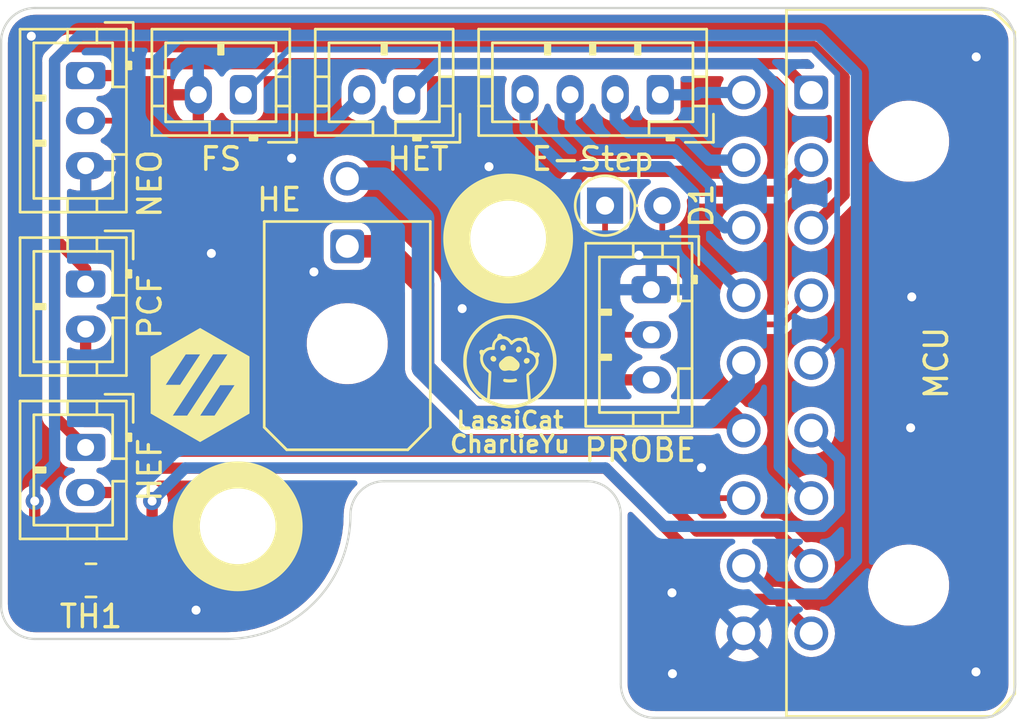
<source format=kicad_pcb>
(kicad_pcb (version 20211014) (generator pcbnew)
  (title_block (title "StealthBurner Toolhead PCB") (date "2022-06-02") (rev "Bata2") (company "LassiCat Organization") (comment 1 "Auther: CharlieYu"))
  (layers (0 "F.Cu" signal) (31 "B.Cu" signal) (34 "B.Paste" user) (35 "F.Paste" user) (36 "B.SilkS" user "B.Silkscreen") (37 "F.SilkS" user "F.Silkscreen") (38 "B.Mask" user) (39 "F.Mask" user) (44 "Edge.Cuts" user))
  (net 0 "")
  (net 1 "+5V")
  (net 2 "GND")
  (net 3 "GNDA")
  (net 4 "Net-(D1-Pad1)")
  (net 5 "+24V")
  (net 6 "/A+")
  (net 7 "/A-")
  (net 8 "/B+")
  (net 9 "/B-")
  (net 10 "/HE+")
  (net 11 "/HE-")
  (net 12 "/HET")
  (net 13 "/HEF")
  (net 14 "/PCF")
  (net 15 "/DATA")
  (net 16 "/CBT")
  (net 17 "Vdrive")
  (net 18 "/P_SIG")
  (net 19 "/FS")
  (footprint "Logos_User:LassiCat_Logo" (layer "F.Cu") (at 148.08 104.693435)
    (fp_text reference "L1" hide)
    (fp_text value "LassiCat Organization" hide)
  )
  (footprint "Connector_JST:JST_PH_B2B-PH-K_1x02_P2.00mm_Vertical" (layer "F.Cu") (at 136.25 92.85 180)
    (fp_text reference "J5")
    (fp_text value "FS" (at 1 -2.85) (layer "F.SilkS"))
    (pad "1" thru_hole roundrect (at 0 0 180) (size 1.2 1.75) (drill 0.75) (layers *.Cu *.Mask) (roundrect_rratio 0.2083333333) (net 19 "/FS"))
    (pad "2" thru_hole oval (at 2 0 180) (size 1.2 1.75) (drill 0.75) (layers *.Cu *.Mask) (net 2 "GND"))
  )
  (footprint "Resistor_SMD:R_0805_2012Metric" (layer "F.Cu") (at 129.4875 114.4 180)
    (fp_text reference "TH1" (at 0 -1.6) (layer "F.SilkS"))
    (fp_text value "CBT")
    (pad "1" smd roundrect (at -0.9125 0 180) (size 1.025 1.4) (layers "F.Cu" "F.Paste" "F.Mask") (roundrect_rratio 0.243902439) (net 16 "/CBT"))
    (pad "2" smd roundrect (at 0.9125 0 180) (size 1.025 1.4) (layers "F.Cu" "F.Paste" "F.Mask") (roundrect_rratio 0.243902439) (net 3 "GNDA"))
  )
  (footprint "Connector_JST:JST_PH_B3B-PH-K_1x03_P2.00mm_Vertical" (layer "F.Cu") (at 129.25 92 -90)
    (fp_text reference "J8")
    (fp_text value "NEO" (at 4.8 -2.85 90) (layer "F.SilkS"))
    (pad "1" thru_hole roundrect (at 0 0 270) (size 1.2 1.75) (drill 0.75) (layers *.Cu *.Mask) (roundrect_rratio 0.2083333333) (net 1 "+5V"))
    (pad "2" thru_hole oval (at 2 0 270) (size 1.2 1.75) (drill 0.75) (layers *.Cu *.Mask) (net 15 "/DATA"))
    (pad "3" thru_hole oval (at 4 0 270) (size 1.2 1.75) (drill 0.75) (layers *.Cu *.Mask) (net 2 "GND"))
  )
  (footprint "Connector_JST:JST_PH_B2B-PH-K_1x02_P2.00mm_Vertical" (layer "F.Cu") (at 129.25 108.5 -90)
    (fp_text reference "J6")
    (fp_text value "HEF" (at 1 -2.85 -90) (layer "F.SilkS"))
    (pad "1" thru_hole roundrect (at 0 0 270) (size 1.2 1.75) (drill 0.75) (layers *.Cu *.Mask) (roundrect_rratio 0.2083333333) (net 17 "Vdrive"))
    (pad "2" thru_hole oval (at 2 0 270) (size 1.2 1.75) (drill 0.75) (layers *.Cu *.Mask) (net 13 "/HEF"))
  )
  (footprint "Connector_Molex:Molex_Micro-Fit_3.0_43045-1800_2x09_P3.00mm_Horizontal" (layer "F.Cu") (at 161.45 92.75 -90)
    (fp_text reference "J9")
    (fp_text value "MCU" (at 12 -5.55 90) (layer "F.SilkS"))
    (pad "" np_thru_hole circle (at 21.86 -4.32 270) (size 3 3) (drill 3) (layers *.Cu *.Mask))
    (pad "" np_thru_hole circle (at 2.16 -4.32 270) (size 3 3) (drill 3) (layers *.Cu *.Mask))
    (pad "1" thru_hole roundrect (at 0 0 270) (size 1.5 1.5) (drill 1.02) (layers *.Cu *.Mask) (roundrect_rratio 0.1666673333) (net 1 "+5V"))
    (pad "2" thru_hole circle (at 3 0 270) (size 1.5 1.5) (drill 1.02) (layers *.Cu *.Mask) (net 5 "+24V"))
    (pad "3" thru_hole circle (at 6 0 270) (size 1.5 1.5) (drill 1.02) (layers *.Cu *.Mask) (net 17 "Vdrive"))
    (pad "4" thru_hole circle (at 9 0 270) (size 1.5 1.5) (drill 1.02) (layers *.Cu *.Mask) (net 18 "/P_SIG"))
    (pad "5" thru_hole circle (at 12 0 270) (size 1.5 1.5) (drill 1.02) (layers *.Cu *.Mask) (net 19 "/FS"))
    (pad "6" thru_hole circle (at 15 0 270) (size 1.5 1.5) (drill 1.02) (layers *.Cu *.Mask) (net 16 "/CBT"))
    (pad "7" thru_hole circle (at 18 0 270) (size 1.5 1.5) (drill 1.02) (layers *.Cu *.Mask) (net 12 "/HET"))
    (pad "8" thru_hole circle (at 21 0 270) (size 1.5 1.5) (drill 1.02) (layers *.Cu *.Mask) (net 14 "/PCF"))
    (pad "9" thru_hole circle (at 24 0 270) (size 1.5 1.5) (drill 1.02) (layers *.Cu *.Mask) (net 13 "/HEF"))
    (pad "10" thru_hole circle (at 0 3 270) (size 1.5 1.5) (drill 1.02) (layers *.Cu *.Mask) (net 6 "/A+"))
    (pad "11" thru_hole circle (at 3 3 270) (size 1.5 1.5) (drill 1.02) (layers *.Cu *.Mask) (net 7 "/A-"))
    (pad "12" thru_hole circle (at 6 3 270) (size 1.5 1.5) (drill 1.02) (layers *.Cu *.Mask) (net 8 "/B+"))
    (pad "13" thru_hole circle (at 9 3 270) (size 1.5 1.5) (drill 1.02) (layers *.Cu *.Mask) (net 9 "/B-"))
    (pad "14" thru_hole circle (at 12 3 270) (size 1.5 1.5) (drill 1.02) (layers *.Cu *.Mask) (net 11 "/HE-"))
    (pad "15" thru_hole circle (at 15 3 270) (size 1.5 1.5) (drill 1.02) (layers *.Cu *.Mask) (net 10 "/HE+"))
    (pad "16" thru_hole circle (at 18 3 270) (size 1.5 1.5) (drill 1.02) (layers *.Cu *.Mask) (net 15 "/DATA"))
    (pad "17" thru_hole circle (at 21 3 270) (size 1.5 1.5) (drill 1.02) (layers *.Cu *.Mask) (net 3 "GNDA"))
    (pad "18" thru_hole circle (at 24 3 270) (size 1.5 1.5) (drill 1.02) (layers *.Cu *.Mask) (net 2 "GND"))
  )
  (footprint "Connector_JST:JST_PH_B4B-PH-K_1x04_P2.00mm_Vertical" (layer "F.Cu") (at 154.75 92.85 180)
    (fp_text reference "J2")
    (fp_text value "E-Step" (at 3 -2.85) (layer "F.SilkS"))
    (pad "1" thru_hole roundrect (at 0 0 180) (size 1.2 1.75) (drill 0.75) (layers *.Cu *.Mask) (roundrect_rratio 0.2083333333) (net 6 "/A+"))
    (pad "2" thru_hole oval (at 2 0 180) (size 1.2 1.75) (drill 0.75) (layers *.Cu *.Mask) (net 7 "/A-"))
    (pad "3" thru_hole oval (at 4 0 180) (size 1.2 1.75) (drill 0.75) (layers *.Cu *.Mask) (net 8 "/B+"))
    (pad "4" thru_hole oval (at 6 0 180) (size 1.2 1.75) (drill 0.75) (layers *.Cu *.Mask) (net 9 "/B-"))
  )
  (footprint "Connector_Molex:Molex_Micro-Fit_3.0_43045-0200_2x01_P3.00mm_Horizontal" (layer "F.Cu") (at 140.86 99.575 180)
    (fp_text reference "J3")
    (fp_text value "HE" (at 3.02 2.07) (layer "F.SilkS"))
    (pad "" np_thru_hole circle (at 0 -4.32 180) (size 3 3) (drill 3) (layers *.Cu *.Mask))
    (pad "1" thru_hole roundrect locked (at 0 0 180) (size 1.5 1.5) (drill 1.02) (layers *.Cu *.Mask) (roundrect_rratio 0.1666673333) (net 10 "/HE+"))
    (pad "2" thru_hole circle (at 0 3 180) (size 1.5 1.5) (drill 1.02) (layers *.Cu *.Mask) (net 11 "/HE-"))
  )
  (footprint "Diode_THT:D_DO-35_SOD27_P2.54mm_Vertical_AnodeUp" (layer "F.Cu") (at 152.3 97.77)
    (fp_text reference "D1" (at 4.284313 0 90) (layer "F.SilkS"))
    (fp_text value "BAT85")
    (pad "1" thru_hole rect (at 0 0) (size 1.6 1.6) (drill 0.8) (layers *.Cu *.Mask) (net 4 "Net-(D1-Pad1)"))
    (pad "2" thru_hole oval (at 2.54 0) (size 1.6 1.6) (drill 0.8) (layers *.Cu *.Mask) (net 18 "/P_SIG"))
  )
  (footprint "Connector_JST:JST_PH_B3B-PH-K_1x03_P2.00mm_Vertical" (layer "F.Cu") (at 154.35 101.5 -90)
    (fp_text reference "J1")
    (fp_text value "PROBE" (at 7.12 0.49 180) (layer "F.SilkS"))
    (pad "1" thru_hole roundrect (at 0 0 270) (size 1.2 1.75) (drill 0.75) (layers *.Cu *.Mask) (roundrect_rratio 0.2083333333) (net 2 "GND"))
    (pad "2" thru_hole oval (at 2 0 270) (size 1.2 1.75) (drill 0.75) (layers *.Cu *.Mask) (net 4 "Net-(D1-Pad1)"))
    (pad "3" thru_hole oval (at 4 0 270) (size 1.2 1.75) (drill 0.75) (layers *.Cu *.Mask) (net 5 "+24V"))
  )
  (footprint "MountingHole_User:MountingHole_3.2mm_M3_User" (layer "F.Cu") (at 136 112)
    (fp_text reference "M2" hide)
    (fp_text value "M3_hole" hide)
    (pad "" np_thru_hole circle (at 0 0) (size 3.2 3.2) (drill 3.2) (layers *.Cu *.Mask))
  )
  (footprint "MountingHole_User:MountingHole_3.2mm_M3_User" (layer "F.Cu") (at 148 99.23)
    (fp_text reference "M1" hide)
    (fp_text value "M3_hole" hide)
    (pad "" np_thru_hole circle (at 0 0) (size 3.2 3.2) (drill 3.2) (layers *.Cu *.Mask))
  )
  (footprint "Connector_JST:JST_PH_B2B-PH-K_1x02_P2.00mm_Vertical" (layer "F.Cu") (at 143.5 92.85 180)
    (fp_text reference "J4")
    (fp_text value "HET" (at -0.5 -2.85) (layer "F.SilkS"))
    (pad "1" thru_hole roundrect (at 0 0 180) (size 1.2 1.75) (drill 0.75) (layers *.Cu *.Mask) (roundrect_rratio 0.2083333333) (net 12 "/HET"))
    (pad "2" thru_hole oval (at 2 0 180) (size 1.2 1.75) (drill 0.75) (layers *.Cu *.Mask) (net 3 "GNDA"))
  )
  (footprint "Logos_User:Voron_Logo_Hex" (layer "F.Cu") (at 134.33 105.73)
    (fp_text reference "L2" hide)
    (fp_text value "Voron Hex" hide)
  )
  (footprint "Connector_JST:JST_PH_B2B-PH-K_1x02_P2.00mm_Vertical" (layer "F.Cu") (at 129.25 101.25 -90)
    (fp_text reference "J7")
    (fp_text value "PCF" (at 1 -2.85 90) (layer "F.SilkS"))
    (pad "1" thru_hole roundrect (at 0 0 270) (size 1.2 1.75) (drill 0.75) (layers *.Cu *.Mask) (roundrect_rratio 0.2083333333) (net 17 "Vdrive"))
    (pad "2" thru_hole oval (at 2 0 270) (size 1.2 1.75) (drill 0.75) (layers *.Cu *.Mask) (net 14 "/PCF"))
  )
  (gr_line (start 125.5 90.5) (end 125.5 115.5) (layer "Edge.Cuts") (width 0.1))
  (gr_line (start 170.5 119) (end 170.5 90.5) (layer "Edge.Cuts") (width 0.1))
  (gr_arc (start 141 111.5) (mid 141.43934 110.43934) (end 142.5 110) (layer "Edge.Cuts") (width 0.1))
  (gr_line (start 153 111.5) (end 153 119) (layer "Edge.Cuts") (width 0.1))
  (gr_arc (start 127 117) (mid 125.93934 116.56066) (end 125.5 115.5) (layer "Edge.Cuts") (width 0.1))
  (gr_arc (start 170.5 119) (mid 170.06066 120.06066) (end 169 120.5) (layer "Edge.Cuts") (width 0.1))
  (gr_line (start 142.5 110) (end 151.5 110) (layer "Edge.Cuts") (width 0.1))
  (gr_arc (start 169 89) (mid 170.06066 89.43934) (end 170.5 90.5) (layer "Edge.Cuts") (width 0.1))
  (gr_arc (start 141 111.5) (mid 139.389087 115.389087) (end 135.5 117) (layer "Edge.Cuts") (width 0.1))
  (gr_arc (start 151.5 110) (mid 152.56066 110.43934) (end 153 111.5) (layer "Edge.Cuts") (width 0.1))
  (gr_line (start 154.5 120.5) (end 169 120.5) (layer "Edge.Cuts") (width 0.1))
  (gr_arc (start 154.5 120.5) (mid 153.43934 120.06066) (end 153 119) (layer "Edge.Cuts") (width 0.1))
  (gr_line (start 169 89) (end 127 89) (layer "Edge.Cuts") (width 0.1))
  (gr_line (start 135.5 117) (end 127 117) (layer "Edge.Cuts") (width 0.1))
  (gr_arc (start 125.5 90.5) (mid 125.93934 89.43934) (end 127 89) (layer "Edge.Cuts") (width 0.1))
  (gr_text "CharlieYu" (at 148.08 108.35) (layer "F.SilkS") (effects (font (size 0.75 0.75))))
  (gr_text "LassiCat" (at 148.08 107.299911) (layer "F.SilkS") (effects (font (size 0.75 0.75))))
  (segment (start 131.21852 91.47148) (end 160.15648 91.47148) (width 0.5) (layer "F.Cu") (net 1))
  (segment (start 129.25 92) (end 130.69 92) (width 0.5) (layer "F.Cu") (net 1))
  (segment (start 130.69 92) (end 131.21852 91.47148) (width 0.5) (layer "F.Cu") (net 1))
  (segment (start 160.15648 91.47148) (end 161.435 92.75) (width 0.5) (layer "F.Cu") (net 1))
  (via (at 134.83 99.89) (size 0.8) (drill 0.4) (layers "F.Cu" "B.Cu") (net 2))
  (via (at 155.29 118.54) (size 0.8) (drill 0.4) (layers "F.Cu" "B.Cu") (net 2))
  (via (at 147.15 96.04) (size 0.8) (drill 0.4) (layers "F.Cu" "B.Cu") (net 2))
  (via (at 126.84 90.25) (size 0.8) (drill 0.4) (layers "F.Cu" "B.Cu") (net 2))
  (via (at 168.77 91.17) (size 0.8) (drill 0.4) (layers "F.Cu" "B.Cu") (net 2))
  (via (at 138.39 95.67) (size 0.8) (drill 0.4) (layers "F.Cu" "B.Cu") (net 2))
  (via (at 168.76 118.46) (size 0.8) (drill 0.4) (layers "F.Cu" "B.Cu") (net 2))
  (via (at 145.96 102.34) (size 0.8) (drill 0.4) (layers "F.Cu" "B.Cu") (net 2))
  (via (at 165.86 107.63) (size 0.8) (drill 0.4) (layers "F.Cu" "B.Cu") (net 2))
  (via (at 134.15 115.72) (size 0.8) (drill 0.4) (layers "F.Cu" "B.Cu") (net 2))
  (via (at 165.91 101.82) (size 0.8) (drill 0.4) (layers "F.Cu" "B.Cu") (net 2))
  (via (at 139.38 100.71) (size 0.8) (drill 0.4) (layers "F.Cu" "B.Cu") (net 2))
  (via (at 155.27 114.95) (size 0.8) (drill 0.4) (layers "F.Cu" "B.Cu") (net 2))
  (via (at 153.8 99.97) (size 0.8) (drill 0.4) (layers "F.Cu" "B.Cu") (net 2))
  (via (at 156.58 109.4) (size 0.8) (drill 0.4) (layers "F.Cu" "B.Cu") (net 2))
  (segment (start 127.54 114.4) (end 128.575 114.4) (width 0.5) (layer "F.Cu") (net 3))
  (segment (start 126.99 110.88) (end 126.99 113.85) (width 0.5) (layer "F.Cu") (net 3))
  (segment (start 126.99 113.85) (end 127.54 114.4) (width 0.5) (layer "F.Cu") (net 3))
  (via (at 126.99 110.88) (size 0.8) (drill 0.4) (layers "F.Cu" "B.Cu") (net 3))
  (segment (start 141.5 92.85) (end 140.12148 94.22852) (width 0.5) (layer "B.Cu") (net 3))
  (segment (start 163.457031 91.895341) (end 163.457031 113.515702) (width 0.5) (layer "B.Cu") (net 3))
  (segment (start 161.969222 115.003511) (end 159.703511 115.003511) (width 0.5) (layer "B.Cu") (net 3))
  (segment (start 132.46 93.6) (end 132.46 91.25) (width 0.5) (layer "B.Cu") (net 3))
  (segment (start 161.772131 90.210441) (end 163.457031 91.895341) (width 0.5) (layer "B.Cu") (net 3))
  (segment (start 128.998922 90.21044) (end 133.49956 90.21044) (width 0.5) (layer "B.Cu") (net 3))
  (segment (start 163.457031 113.515702) (end 161.969222 115.003511) (width 0.5) (layer "B.Cu") (net 3))
  (segment (start 126.99 110.1) (end 126.99 110.88) (width 0.5) (layer "B.Cu") (net 3))
  (segment (start 132.46 91.25) (end 133.49956 90.21044) (width 0.5) (layer "B.Cu") (net 3))
  (segment (start 140.12148 94.22852) (end 133.08852 94.22852) (width 0.5) (layer "B.Cu") (net 3))
  (segment (start 159.703511 115.003511) (end 158.45 113.75) (width 0.5) (layer "B.Cu") (net 3))
  (segment (start 127.87148 91.337882) (end 127.87148 109.21852) (width 0.5) (layer "B.Cu") (net 3))
  (segment (start 127.87148 109.21852) (end 126.99 110.1) (width 0.5) (layer "B.Cu") (net 3))
  (segment (start 133.49956 90.21044) (end 161.772131 90.210441) (width 0.5) (layer "B.Cu") (net 3))
  (segment (start 133.08852 94.22852) (end 132.46 93.6) (width 0.5) (layer "B.Cu") (net 3))
  (segment (start 128.998922 90.21044) (end 127.87148 91.337882) (width 0.5) (layer "B.Cu") (net 3))
  (segment (start 152.3 102.63) (end 153.17 103.5) (width 0.254) (layer "F.Cu") (net 4))
  (segment (start 153.17 103.5) (end 154.35 103.5) (width 0.254) (layer "F.Cu") (net 4))
  (segment (start 152.3 97.77) (end 152.3 102.63) (width 0.254) (layer "F.Cu") (net 4))
  (segment (start 160.055 97.13) (end 156.59 97.13) (width 0.5) (layer "F.Cu") (net 5))
  (segment (start 150.45 103.49) (end 152.46 105.5) (width 0.5) (layer "F.Cu") (net 5))
  (segment (start 156.59 97.13) (end 155.71 96.25) (width 0.5) (layer "F.Cu") (net 5))
  (segment (start 150.45 97.24) (end 150.45 103.49) (width 0.5) (layer "F.Cu") (net 5))
  (segment (start 161.435 95.75) (end 160.055 97.13) (width 0.5) (layer "F.Cu") (net 5))
  (segment (start 151.44 96.25) (end 150.45 97.24) (width 0.5) (layer "F.Cu") (net 5))
  (segment (start 152.46 105.5) (end 154.35 105.5) (width 0.5) (layer "F.Cu") (net 5))
  (segment (start 155.71 96.25) (end 151.44 96.25) (width 0.5) (layer "F.Cu") (net 5))
  (segment (start 156.46 92.75) (end 158.45 92.75) (width 0.5) (layer "B.Cu") (net 6))
  (segment (start 156.36 92.85) (end 156.46 92.75) (width 0.5) (layer "B.Cu") (net 6))
  (segment (start 154.75 92.85) (end 156.36 92.85) (width 0.5) (layer "B.Cu") (net 6))
  (segment (start 153.30696 94.53696) (end 155.692579 94.53696) (width 0.5) (layer "B.Cu") (net 7))
  (segment (start 155.692579 94.53696) (end 156.905619 95.75) (width 0.5) (layer "B.Cu") (net 7))
  (segment (start 156.905619 95.75) (end 158.45 95.75) (width 0.5) (layer "B.Cu") (net 7))
  (segment (start 152.75 93.98) (end 153.30696 94.53696) (width 0.5) (layer "B.Cu") (net 7))
  (segment (start 152.75 92.85) (end 152.75 93.98) (width 0.5) (layer "B.Cu") (net 7))
  (segment (start 150.75 92.85) (end 150.75 94.232106) (width 0.5) (layer "B.Cu") (net 8))
  (segment (start 155.380461 95.29048) (end 156.97952 96.889539) (width 0.5) (layer "B.Cu") (net 8))
  (segment (start 151.808374 95.29048) (end 155.380461 95.29048) (width 0.5) (layer "B.Cu") (net 8))
  (segment (start 150.75 94.232106) (end 151.808374 95.29048) (width 0.5) (layer "B.Cu") (net 8))
  (segment (start 156.97952 98.11952) (end 157.61 98.75) (width 0.5) (layer "B.Cu") (net 8))
  (segment (start 156.97952 96.889539) (end 156.97952 98.11952) (width 0.5) (layer "B.Cu") (net 8))
  (segment (start 157.61 98.75) (end 158.45 98.75) (width 0.5) (layer "B.Cu") (net 8))
  (segment (start 156.23 97.2) (end 156.23 99.545) (width 0.5) (layer "B.Cu") (net 9))
  (segment (start 156.23 99.545) (end 158.435 101.75) (width 0.5) (layer "B.Cu") (net 9))
  (segment (start 155.07 96.04) (end 156.23 97.2) (width 0.5) (layer "B.Cu") (net 9))
  (segment (start 148.75 92.85) (end 148.75 94.36) (width 0.5) (layer "B.Cu") (net 9))
  (segment (start 148.75 94.36) (end 150.43 96.04) (width 0.5) (layer "B.Cu") (net 9))
  (segment (start 150.43 96.04) (end 155.07 96.04) (width 0.5) (layer "B.Cu") (net 9))
  (segment (start 158.435 101.75) (end 158.45 101.75) (width 0.5) (layer "B.Cu") (net 9))
  (segment (start 140.86 99.575) (end 142.515 99.575) (width 1) (layer "F.Cu") (net 10))
  (segment (start 146.406 107.156) (end 157.856 107.156) (width 1) (layer "F.Cu") (net 10))
  (segment (start 157.856 107.156) (end 158.45 107.75) (width 1) (layer "F.Cu") (net 10))
  (segment (start 142.515 99.575) (end 144.22 101.28) (width 1) (layer "F.Cu") (net 10))
  (segment (start 144.22 104.97) (end 146.406 107.156) (width 1) (layer "F.Cu") (net 10))
  (segment (start 144.22 101.28) (end 144.22 104.97) (width 1) (layer "F.Cu") (net 10))
  (segment (start 156.90437 107.16) (end 158.45 105.61437) (width 1) (layer "B.Cu") (net 11))
  (segment (start 144.22 98.33) (end 142.465 96.575) (width 1) (layer "B.Cu") (net 11))
  (segment (start 158.45 105.61437) (end 158.45 104.75) (width 1) (layer "B.Cu") (net 11))
  (segment (start 144.22 104.97) (end 144.22 98.33) (width 1) (layer "B.Cu") (net 11))
  (segment (start 146.406 107.156) (end 144.22 104.97) (width 1) (layer "B.Cu") (net 11))
  (segment (start 156.90437 107.156) (end 146.406 107.156) (width 1) (layer "B.Cu") (net 11))
  (segment (start 142.465 96.575) (end 140.86 96.575) (width 1) (layer "B.Cu") (net 11))
  (segment (start 160.031459 92.551459) (end 158.95148 91.47148) (width 0.5) (layer "B.Cu") (net 12))
  (segment (start 158.95148 91.47148) (end 144.87852 91.47148) (width 0.5) (layer "B.Cu") (net 12))
  (segment (start 160.031459 109.331459) (end 160.031459 92.551459) (width 0.5) (layer "B.Cu") (net 12))
  (segment (start 144.87852 91.47148) (end 143.5 92.85) (width 0.5) (layer "B.Cu") (net 12))
  (segment (start 161.45 110.75) (end 160.031459 109.331459) (width 0.5) (layer "B.Cu") (net 12))
  (segment (start 159.94 115.24) (end 157.1 115.24) (width 0.5) (layer "F.Cu") (net 13))
  (segment (start 156.27 114.41) (end 156.27 113.36774) (width 0.5) (layer "F.Cu") (net 13))
  (segment (start 156.27 113.36774) (end 152.322821 109.420561) (width 0.5) (layer "F.Cu") (net 13))
  (segment (start 161.45 116.75) (end 159.94 115.24) (width 0.5) (layer "F.Cu") (net 13))
  (segment (start 130.65 110.5) (end 129.25 110.5) (width 0.5) (layer "F.Cu") (net 13))
  (segment (start 157.1 115.24) (end 156.27 114.41) (width 0.5) (layer "F.Cu") (net 13))
  (segment (start 131.729439 109.420561) (end 130.65 110.5) (width 0.5) (layer "F.Cu") (net 13))
  (segment (start 152.322821 109.420561) (end 131.729439 109.420561) (width 0.5) (layer "F.Cu") (net 13))
  (segment (start 129.25 103.25) (end 129.25 105.49) (width 0.5) (layer "F.Cu") (net 14))
  (segment (start 159.91 112.21) (end 161.45 113.75) (width 0.5) (layer "F.Cu") (net 14))
  (segment (start 132.427041 108.667041) (end 152.827041 108.667041) (width 0.5) (layer "F.Cu") (net 14))
  (segment (start 129.25 105.49) (end 132.427041 108.667041) (width 0.5) (layer "F.Cu") (net 14))
  (segment (start 156.37 112.21) (end 159.91 112.21) (width 0.5) (layer "F.Cu") (net 14))
  (segment (start 152.827041 108.667041) (end 156.37 112.21) (width 0.5) (layer "F.Cu") (net 14))
  (segment (start 158.45 110.75) (end 155.80169 110.75) (width 0.254) (layer "F.Cu") (net 15))
  (segment (start 130.45 94) (end 129.25 94) (width 0.254) (layer "F.Cu") (net 15))
  (segment (start 131.32 94.87) (end 130.45 94) (width 0.254) (layer "F.Cu") (net 15))
  (segment (start 132.688212 108.036522) (end 131.32 106.66831) (width 0.254) (layer "F.Cu") (net 15))
  (segment (start 155.80169 110.75) (end 153.088212 108.036522) (width 0.254) (layer "F.Cu") (net 15))
  (segment (start 131.32 106.66831) (end 131.32 94.87) (width 0.254) (layer "F.Cu") (net 15))
  (segment (start 153.088212 108.036522) (end 132.688212 108.036522) (width 0.254) (layer "F.Cu") (net 15))
  (segment (start 132.2 113.92) (end 132.2 110.88) (width 0.5) (layer "F.Cu") (net 16))
  (segment (start 131.72 114.4) (end 132.2 113.92) (width 0.5) (layer "F.Cu") (net 16))
  (segment (start 130.4 114.4) (end 131.72 114.4) (width 0.5) (layer "F.Cu") (net 16))
  (via (at 132.2 110.88) (size 0.8) (drill 0.4) (layers "F.Cu" "B.Cu") (net 16))
  (segment (start 162.703511 111.269222) (end 162.703511 109.018511) (width 0.5) (layer "B.Cu") (net 16))
  (segment (start 162.703511 109.018511) (end 161.435 107.75) (width 0.5) (layer "B.Cu") (net 16))
  (segment (start 132.2 110.88) (end 133.67 109.41) (width 0.5) (layer "B.Cu") (net 16))
  (segment (start 154.905771 112.003511) (end 161.969222 112.003511) (width 0.5) (layer "B.Cu") (net 16))
  (segment (start 133.67 109.41) (end 152.31226 109.41) (width 0.5) (layer "B.Cu") (net 16))
  (segment (start 152.31226 109.41) (end 154.905771 112.003511) (width 0.5) (layer "B.Cu") (net 16))
  (segment (start 161.969222 112.003511) (end 162.703511 111.269222) (width 0.5) (layer "B.Cu") (net 16))
  (segment (start 162.91 92.07) (end 162.91 97.29) (width 0.5) (layer "F.Cu") (net 17))
  (segment (start 127.87148 99.21852) (end 127.87148 107.12148) (width 0.5) (layer "F.Cu") (net 17))
  (segment (start 162.91 97.29) (end 161.45 98.75) (width 0.5) (layer "F.Cu") (net 17))
  (segment (start 127.87148 91.337882) (end 128.491402 90.71796) (width 0.5) (layer "F.Cu") (net 17))
  (segment (start 129.25 100.59704) (end 127.87148 99.21852) (width 0.5) (layer "F.Cu") (net 17))
  (segment (start 127.87148 99.21852) (end 127.87148 91.337882) (width 0.5) (layer "F.Cu") (net 17))
  (segment (start 128.491402 90.71796) (end 161.55796 90.71796) (width 0.5) (layer "F.Cu") (net 17))
  (segment (start 161.55796 90.71796) (end 162.91 92.07) (width 0.5) (layer "F.Cu") (net 17))
  (segment (start 129.25 108.5) (end 127.87148 107.12148) (width 0.5) (layer "F.Cu") (net 17))
  (segment (start 129.25 101.25) (end 129.25 100.59704) (width 0.5) (layer "F.Cu") (net 17))
  (segment (start 160.16 103.04) (end 161.45 101.75) (width 0.254) (layer "F.Cu") (net 18))
  (segment (start 157.92 103.04) (end 160.16 103.04) (width 0.254) (layer "F.Cu") (net 18))
  (segment (start 154.84 99.96) (end 157.92 103.04) (width 0.254) (layer "F.Cu") (net 18))
  (segment (start 154.84 97.77) (end 154.84 99.96) (width 0.254) (layer "F.Cu") (net 18))
  (segment (start 162.6 103.6) (end 162.6 91.93) (width 0.254) (layer "B.Cu") (net 19))
  (segment (start 138.259039 90.840961) (end 136.25 92.85) (width 0.254) (layer "B.Cu") (net 19))
  (segment (start 161.51096 90.84096) (end 138.259039 90.840961) (width 0.254) (layer "B.Cu") (net 19))
  (segment (start 161.45 104.75) (end 162.6 103.6) (width 0.254) (layer "B.Cu") (net 19))
  (segment (start 162.6 91.93) (end 161.51096 90.84096) (width 0.254) (layer "B.Cu") (net 19))
  (zone (net 2) (net_name "GND") (layers F&B.Cu) (name "Grounding") (connect_pads (clearance 0.3)) (min_thickness 0.254) (fill yes (thermal_gap 0.5) (thermal_bridge_width 0.5) (island_removal_mode 1) (island_area_min 0))
    (polygon (pts (xy 170.5 120.5) (xy 153 120.5) (xy 153 111.5) (xy 151.5 110.07) (xy 142.5 110.07) (xy 141.06 111.5) (xy 141.06 113.5) (xy 139.5 115.5) (xy 137.5 117) (xy 125.5 117) (xy 125.5 89) (xy 170.5 89)))
  )
)
</source>
